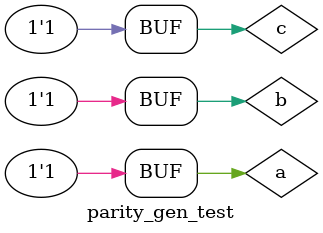
<source format=v>
module parity_gen_test;
reg a,b,c;
wire pen,podd;
parity_gen inst(.a(a),.b(b),.c(c),.pen(pen),.podd(podd));
initial begin
a=0;b=0;c=0;#100
a=0;b=0;c=1;#100
a=0;b=1;c=0;#100
a=0;b=1;c=1;#100
a=1;b=0;c=0;#100
a=1;b=0;c=1;#100
a=1;b=1;c=0;#100
a=1;b=1;c=1;
end
endmodule

</source>
